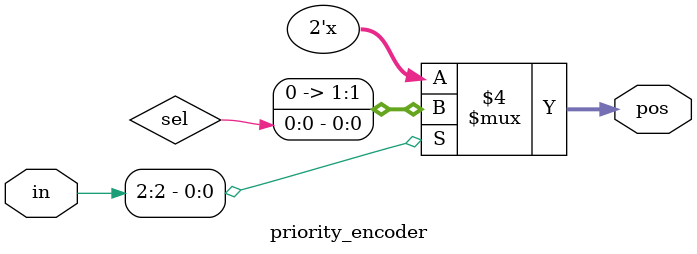
<source format=v>
module priority_encoder( 
input [2:0] in,
output reg [1:0] pos ); 
// When sel=1, assign b to out
always @(in or sel)
begin
	if (in[2] == 1) pos = sel;
end
endmodule

</source>
